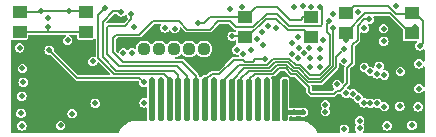
<source format=gbr>
%TF.GenerationSoftware,KiCad,Pcbnew,8.0.7*%
%TF.CreationDate,2025-03-09T23:38:14+01:00*%
%TF.ProjectId,HSSM-LVPCB,4853534d-2d4c-4565-9043-422e6b696361,rev?*%
%TF.SameCoordinates,Original*%
%TF.FileFunction,Copper,L4,Bot*%
%TF.FilePolarity,Positive*%
%FSLAX46Y46*%
G04 Gerber Fmt 4.6, Leading zero omitted, Abs format (unit mm)*
G04 Created by KiCad (PCBNEW 8.0.7) date 2025-03-09 23:38:14*
%MOMM*%
%LPD*%
G01*
G04 APERTURE LIST*
G04 Aperture macros list*
%AMRoundRect*
0 Rectangle with rounded corners*
0 $1 Rounding radius*
0 $2 $3 $4 $5 $6 $7 $8 $9 X,Y pos of 4 corners*
0 Add a 4 corners polygon primitive as box body*
4,1,4,$2,$3,$4,$5,$6,$7,$8,$9,$2,$3,0*
0 Add four circle primitives for the rounded corners*
1,1,$1+$1,$2,$3*
1,1,$1+$1,$4,$5*
1,1,$1+$1,$6,$7*
1,1,$1+$1,$8,$9*
0 Add four rect primitives between the rounded corners*
20,1,$1+$1,$2,$3,$4,$5,0*
20,1,$1+$1,$4,$5,$6,$7,0*
20,1,$1+$1,$6,$7,$8,$9,0*
20,1,$1+$1,$8,$9,$2,$3,0*%
G04 Aperture macros list end*
%TA.AperFunction,SMDPad,CuDef*%
%ADD10R,1.200000X1.000000*%
%TD*%
%TA.AperFunction,ComponentPad*%
%ADD11C,1.117600*%
%TD*%
%TA.AperFunction,SMDPad,CuDef*%
%ADD12RoundRect,0.125000X0.125000X-1.675000X0.125000X1.675000X-0.125000X1.675000X-0.125000X-1.675000X0*%
%TD*%
%TA.AperFunction,ViaPad*%
%ADD13C,0.500000*%
%TD*%
%TA.AperFunction,Conductor*%
%ADD14C,0.150000*%
%TD*%
%TA.AperFunction,Conductor*%
%ADD15C,0.400000*%
%TD*%
G04 APERTURE END LIST*
D10*
%TO.P,S1,1*%
%TO.N,/S1_sym*%
X125800000Y-114950000D03*
%TO.P,S1,2*%
%TO.N,GND*%
X125800000Y-113250000D03*
%TO.P,S1,3*%
%TO.N,/S1_sym*%
X120200000Y-114950000D03*
%TO.P,S1,4*%
%TO.N,GND*%
X120200000Y-113250000D03*
%TD*%
D11*
%TO.P,J2,1,1*%
%TO.N,GND*%
X130729999Y-116400000D03*
%TO.P,J2,2,2*%
%TO.N,/BOOT*%
X132000000Y-116400000D03*
%TO.P,J2,3,3*%
%TO.N,/Enable*%
X133269999Y-116400000D03*
%TO.P,J2,4,4*%
%TO.N,/U0RXD*%
X134539999Y-116400000D03*
%TO.P,J2,5,5*%
%TO.N,/U0TXD*%
X135809998Y-116400000D03*
%TO.P,J2,6,6*%
%TO.N,+3V3*%
X137079999Y-116400000D03*
%TD*%
D10*
%TO.P,S2,1*%
%TO.N,/S2_sym*%
X153400000Y-115050000D03*
%TO.P,S2,2*%
%TO.N,GND*%
X153400000Y-113350000D03*
%TO.P,S2,3*%
%TO.N,/S2_sym*%
X147800000Y-115050000D03*
%TO.P,S2,4*%
%TO.N,GND*%
X147800000Y-113350000D03*
%TD*%
%TO.P,S3,1*%
%TO.N,/S3_sym*%
X144900000Y-115425000D03*
%TO.P,S3,2*%
%TO.N,GND*%
X144900000Y-113725000D03*
%TO.P,S3,3*%
%TO.N,/S3_sym*%
X139300000Y-115425000D03*
%TO.P,S3,4*%
%TO.N,GND*%
X139300000Y-113725000D03*
%TD*%
D12*
%TO.P,CON1,1,1*%
%TO.N,GND*%
X142650000Y-120700000D03*
%TO.P,CON1,2,2*%
%TO.N,+3V3*%
X141900000Y-120700000D03*
%TO.P,CON1,3,3*%
%TO.N,/GPIO_Q1*%
X141150000Y-120700000D03*
%TO.P,CON1,4,4*%
%TO.N,/GPIO_S1*%
X140400000Y-120700000D03*
%TO.P,CON1,5,5*%
%TO.N,/DO3*%
X139650000Y-120700000D03*
%TO.P,CON1,6,6*%
%TO.N,/DO2*%
X138900000Y-120700000D03*
%TO.P,CON1,7,7*%
%TO.N,/LP_UART_RXD*%
X138150000Y-120700000D03*
%TO.P,CON1,8,8*%
%TO.N,/LP_UART_TXD*%
X137400000Y-120700000D03*
%TO.P,CON1,9,9*%
%TO.N,GND*%
X136650000Y-120700000D03*
%TO.P,CON1,10,10*%
%TO.N,/P_MEAS_RST*%
X135900000Y-120700000D03*
%TO.P,CON1,11,11*%
%TO.N,/DO1*%
X135150000Y-120700000D03*
%TO.P,CON1,12,12*%
%TO.N,/GPIO_S3*%
X134400000Y-120700000D03*
%TO.P,CON1,13,13*%
%TO.N,/GPIO_S2*%
X133650000Y-120700000D03*
%TO.P,CON1,14,14*%
%TO.N,/GPIO_Q2*%
X132900000Y-120700000D03*
%TO.P,CON1,15,15*%
%TO.N,+12V*%
X132150000Y-120700000D03*
%TO.P,CON1,16,16*%
%TO.N,GND*%
X131400000Y-120700000D03*
%TD*%
D13*
%TO.N,GND*%
X124400000Y-113200000D03*
X147100000Y-119400000D03*
X129000000Y-116700000D03*
X143825000Y-116350000D03*
X131400000Y-119025000D03*
X147850000Y-120150000D03*
X143425000Y-121750000D03*
X144775000Y-117175000D03*
X124275000Y-115675000D03*
X152400000Y-121250000D03*
X151325000Y-122900000D03*
X154000000Y-119750000D03*
X143300000Y-116800000D03*
X151100000Y-121275001D03*
X145600000Y-117200000D03*
X151020000Y-114670000D03*
X149400000Y-117950000D03*
X151050000Y-115750000D03*
X122000000Y-113200000D03*
X144750000Y-116325000D03*
X150500000Y-121000000D03*
X148887500Y-120550000D03*
X154025000Y-117650000D03*
X143800000Y-117150000D03*
X136650000Y-119000000D03*
X143300000Y-115900000D03*
X148450000Y-120200000D03*
X150450000Y-118500000D03*
X126400000Y-117450000D03*
X149000000Y-123100000D03*
X146100000Y-121100000D03*
X151100000Y-118600000D03*
X154100000Y-116125000D03*
X129850000Y-114575000D03*
X120200000Y-116300000D03*
X152450000Y-118300000D03*
X144300000Y-116700000D03*
X145900000Y-115600000D03*
X146100000Y-121700000D03*
X149350000Y-120950000D03*
X153425000Y-122850000D03*
X143800000Y-115400000D03*
X120325000Y-121850000D03*
X135275000Y-114200000D03*
X153950000Y-121300000D03*
X120400000Y-122900000D03*
X149000000Y-122500000D03*
X145600000Y-116400000D03*
X144800000Y-117900000D03*
X149900000Y-121000000D03*
X138573089Y-116473089D03*
X144200000Y-121750000D03*
X145600000Y-117900000D03*
X150650000Y-117850000D03*
X149900000Y-118300000D03*
X149375000Y-114625000D03*
X147700000Y-123200000D03*
%TO.N,+3V3*%
X144450000Y-120550000D03*
X149825000Y-116050000D03*
X146500000Y-119150000D03*
X121700000Y-116300000D03*
X126300000Y-118200000D03*
X137650000Y-114650000D03*
X135550000Y-118350000D03*
X128700000Y-113925000D03*
X141900000Y-121600000D03*
X141900000Y-121025000D03*
%TO.N,/BOOT*%
X132500000Y-114600000D03*
X144200000Y-112800000D03*
%TO.N,/GPIO_Q1*%
X130700000Y-119200000D03*
X122700000Y-116500000D03*
X141125000Y-119000000D03*
X122600000Y-113800000D03*
%TO.N,/GPIO_Q2*%
X132900000Y-119000000D03*
X143425000Y-112825000D03*
X127475000Y-112900000D03*
X152100000Y-112775000D03*
%TO.N,/Enable*%
X133350000Y-114675000D03*
X147700000Y-117375000D03*
%TO.N,Net-(U1-SPIQ)*%
X141950000Y-114600000D03*
X130750000Y-120950000D03*
%TO.N,Net-(U1-SPIWP)*%
X141250000Y-114450000D03*
X129725000Y-116725000D03*
%TO.N,Net-(U1-SPIHD)*%
X140800000Y-116025000D03*
X120400000Y-120400000D03*
%TO.N,Net-(U1-SPICLK)*%
X120500000Y-119200000D03*
X139775000Y-116475000D03*
%TO.N,Net-(U1-SPID)*%
X120450000Y-118050000D03*
X139150000Y-116800000D03*
%TO.N,/SPICS0*%
X124650000Y-121875000D03*
X140300000Y-115550000D03*
X126600000Y-121000000D03*
%TO.N,/GPIO8*%
X144900000Y-112825000D03*
X148875000Y-113250000D03*
%TO.N,VDD_SPI*%
X140750000Y-114950000D03*
X123675000Y-122875000D03*
%TO.N,/S2_sym*%
X147800000Y-115600000D03*
X153650000Y-114520000D03*
%TO.N,/DO1*%
X135150000Y-119000000D03*
X145625000Y-112825000D03*
%TO.N,/DO3*%
X149800000Y-113875000D03*
%TO.N,/P_MEAS_RST*%
X140950000Y-117275000D03*
X135900000Y-119000000D03*
%TO.N,/GPIO_S2*%
X138050000Y-113050000D03*
X128825000Y-113250000D03*
X133650000Y-119000000D03*
%TO.N,/DO2*%
X147700000Y-116375000D03*
%TO.N,/GPIO_S1*%
X140400000Y-119000000D03*
%TO.N,+12V*%
X132150000Y-119000000D03*
%TO.N,/GPIO_S3*%
X134400000Y-119000000D03*
X139000000Y-112825000D03*
X129650000Y-113450000D03*
%TO.N,/LP_UART_RXD*%
X146775000Y-114600000D03*
%TO.N,/LP_UART_TXD*%
X146425000Y-114050000D03*
%TO.N,/S1_sym*%
X122600000Y-114500000D03*
%TO.N,/S3_sym*%
X138210589Y-115310589D03*
X146775000Y-113475000D03*
%TD*%
D14*
%TO.N,GND*%
X135850000Y-114200000D02*
X135275000Y-114200000D01*
X148500000Y-112725000D02*
X151375000Y-112725000D01*
X154325000Y-114025000D02*
X154325000Y-115900000D01*
X154325000Y-115900000D02*
X154100000Y-116125000D01*
X139300000Y-113725000D02*
X136325000Y-113725000D01*
X136650000Y-121000000D02*
X136650000Y-119000000D01*
X147875000Y-113350000D02*
X148500000Y-112725000D01*
X152050000Y-113400000D02*
X153350000Y-113400000D01*
X147800000Y-113350000D02*
X147875000Y-113350000D01*
X142000000Y-112875000D02*
X140250000Y-112875000D01*
X125750000Y-113200000D02*
X124400000Y-113200000D01*
X144000000Y-113950000D02*
X143075000Y-113950000D01*
X124400000Y-113200000D02*
X122000000Y-113200000D01*
X144225000Y-113725000D02*
X144000000Y-113950000D01*
X131400000Y-121000000D02*
X131400000Y-119025000D01*
X121950000Y-113250000D02*
X122000000Y-113200000D01*
X136325000Y-113725000D02*
X135850000Y-114200000D01*
D15*
X143425000Y-121750000D02*
X144200000Y-121750000D01*
D14*
X144900000Y-113725000D02*
X144225000Y-113725000D01*
X139400000Y-113725000D02*
X139300000Y-113725000D01*
X140250000Y-112875000D02*
X139400000Y-113725000D01*
D15*
X142650000Y-121550000D02*
X142850000Y-121750000D01*
X142650000Y-120700000D02*
X142650000Y-121550000D01*
D14*
X153650000Y-113350000D02*
X154325000Y-114025000D01*
D15*
X142850000Y-121750000D02*
X143425000Y-121750000D01*
D14*
X143075000Y-113950000D02*
X142000000Y-112875000D01*
X120200000Y-113250000D02*
X121950000Y-113250000D01*
X151375000Y-112725000D02*
X152050000Y-113400000D01*
X153350000Y-113400000D02*
X153400000Y-113350000D01*
X153400000Y-113350000D02*
X153650000Y-113350000D01*
X125800000Y-113250000D02*
X125750000Y-113200000D01*
D15*
%TO.N,+3V3*%
X137079999Y-116400000D02*
X137079999Y-115220001D01*
D14*
X137079999Y-116820001D02*
X137079999Y-116400000D01*
X135550000Y-118350000D02*
X137079999Y-116820001D01*
D15*
X137079999Y-115220001D02*
X137650000Y-114650000D01*
D14*
%TO.N,/GPIO_Q1*%
X130350000Y-118850000D02*
X125050000Y-118850000D01*
X141150000Y-119025000D02*
X141125000Y-119000000D01*
X130700000Y-119200000D02*
X130350000Y-118850000D01*
X125050000Y-118850000D02*
X122700000Y-116500000D01*
X141150000Y-121000000D02*
X141150000Y-119025000D01*
%TO.N,/GPIO_Q2*%
X126875000Y-117175000D02*
X128200000Y-118500000D01*
X127475000Y-112900000D02*
X126875000Y-113500000D01*
X126875000Y-113500000D02*
X126875000Y-117175000D01*
X132400000Y-118500000D02*
X132900000Y-119000000D01*
X128200000Y-118500000D02*
X132400000Y-118500000D01*
X132900000Y-121000000D02*
X132900000Y-119000000D01*
%TO.N,/S2_sym*%
X151600000Y-113375000D02*
X153275000Y-115050000D01*
X153275000Y-115050000D02*
X153400000Y-115050000D01*
X149475000Y-113375000D02*
X151600000Y-113375000D01*
D15*
X153400000Y-114770000D02*
X153400000Y-115050000D01*
X153650000Y-114520000D02*
X153400000Y-114770000D01*
D14*
X147800000Y-115600000D02*
X147800000Y-115050000D01*
X147800000Y-115050000D02*
X149475000Y-113375000D01*
X147525000Y-115050000D02*
X147325000Y-115250000D01*
%TO.N,/DO1*%
X141112500Y-113437500D02*
X139975000Y-114575000D01*
X135150000Y-118650000D02*
X135150000Y-119000000D01*
X136300000Y-114750000D02*
X134400000Y-114750000D01*
X138025000Y-114050000D02*
X137000000Y-114050000D01*
X133975000Y-117475000D02*
X135150000Y-118650000D01*
X145800000Y-114325000D02*
X145700000Y-114425000D01*
X137000000Y-114050000D02*
X136300000Y-114750000D01*
X133700000Y-114050000D02*
X131500000Y-114050000D01*
X130350000Y-115200000D02*
X128375000Y-115200000D01*
X128925000Y-117475000D02*
X133975000Y-117475000D01*
X128100000Y-116650000D02*
X128925000Y-117475000D01*
X142012500Y-113437500D02*
X141112500Y-113437500D01*
X139975000Y-114575000D02*
X138550000Y-114575000D01*
X145625000Y-112825000D02*
X145800000Y-113000000D01*
X145800000Y-113000000D02*
X145800000Y-114325000D01*
X134400000Y-114750000D02*
X133700000Y-114050000D01*
X128100000Y-115475000D02*
X128100000Y-116650000D01*
X135150000Y-121000000D02*
X135150000Y-119000000D01*
X143000000Y-114425000D02*
X142012500Y-113437500D01*
X138550000Y-114575000D02*
X138025000Y-114050000D01*
X145700000Y-114425000D02*
X143000000Y-114425000D01*
X131500000Y-114050000D02*
X130350000Y-115200000D01*
X128375000Y-115200000D02*
X128100000Y-115475000D01*
%TO.N,/DO3*%
X139650000Y-119025000D02*
X139650000Y-121000000D01*
X146800000Y-120200000D02*
X147050000Y-119950000D01*
X143600000Y-118525000D02*
X144700000Y-119625000D01*
X144700000Y-119625000D02*
X144700000Y-120000000D01*
X144700000Y-120000000D02*
X144900000Y-120200000D01*
X141700000Y-118500000D02*
X142150000Y-118050000D01*
X147937500Y-119312500D02*
X147937500Y-117987500D01*
X142150000Y-118050000D02*
X142750000Y-118050000D01*
X143225000Y-118525000D02*
X143600000Y-118525000D01*
X149375000Y-113875000D02*
X149800000Y-113875000D01*
X147300000Y-119950000D02*
X147937500Y-119312500D01*
X147937500Y-117987500D02*
X148375000Y-117550000D01*
X148825000Y-115650000D02*
X148825000Y-114425000D01*
X144900000Y-120200000D02*
X146800000Y-120200000D01*
X147050000Y-119950000D02*
X147300000Y-119950000D01*
X148825000Y-114425000D02*
X149375000Y-113875000D01*
X140100000Y-118500000D02*
X141700000Y-118500000D01*
X148375000Y-116100000D02*
X148825000Y-115650000D01*
X139650000Y-119000000D02*
X139650000Y-118950000D01*
X142750000Y-118050000D02*
X143225000Y-118525000D01*
X139650000Y-118950000D02*
X140100000Y-118500000D01*
X148375000Y-117550000D02*
X148375000Y-116100000D01*
%TO.N,/P_MEAS_RST*%
X136300000Y-118675000D02*
X136225000Y-118675000D01*
X140150000Y-117275000D02*
X139925000Y-117500000D01*
X136475000Y-118500000D02*
X136300000Y-118675000D01*
X140950000Y-117275000D02*
X140150000Y-117275000D01*
X139925000Y-117500000D02*
X139328248Y-117500000D01*
X137125000Y-118500000D02*
X136475000Y-118500000D01*
X138325000Y-117300000D02*
X137125000Y-118500000D01*
X136225000Y-118675000D02*
X135900000Y-119000000D01*
X139128248Y-117300000D02*
X138325000Y-117300000D01*
X135900000Y-121000000D02*
X135900000Y-119000000D01*
X139328248Y-117500000D02*
X139128248Y-117300000D01*
%TO.N,/GPIO_S2*%
X133650000Y-121000000D02*
X133650000Y-118625000D01*
X133650000Y-118625000D02*
X133250000Y-118225000D01*
X127225000Y-117050000D02*
X127225000Y-114125000D01*
X127225000Y-114125000D02*
X128150000Y-113200000D01*
X133250000Y-118225000D02*
X128400000Y-118225000D01*
X128400000Y-118225000D02*
X127225000Y-117050000D01*
X128150000Y-113200000D02*
X128775000Y-113200000D01*
X128775000Y-113200000D02*
X128825000Y-113250000D01*
%TO.N,/DO2*%
X138900000Y-121000000D02*
X138900000Y-118975000D01*
X141975000Y-117725000D02*
X142800000Y-117725000D01*
X139625000Y-118250000D02*
X141450000Y-118250000D01*
X143325000Y-118250000D02*
X143700000Y-118250000D01*
X144650000Y-119200000D02*
X145750000Y-119200000D01*
X147000000Y-117050000D02*
X147475000Y-116575000D01*
X145750000Y-119200000D02*
X147000000Y-117950000D01*
X141450000Y-118250000D02*
X141975000Y-117725000D01*
X142800000Y-117725000D02*
X143325000Y-118250000D01*
X138900000Y-118975000D02*
X139625000Y-118250000D01*
X147000000Y-117950000D02*
X147000000Y-117050000D01*
X143700000Y-118250000D02*
X144650000Y-119200000D01*
X138900000Y-119000000D02*
X138900000Y-118975000D01*
%TO.N,/GPIO_S1*%
X140400000Y-121000000D02*
X140400000Y-119025000D01*
%TO.N,+12V*%
X132150000Y-121000000D02*
X132150000Y-119000000D01*
%TO.N,/GPIO_S3*%
X127600000Y-116800000D02*
X127600000Y-114575000D01*
X129125000Y-114425000D02*
X129650000Y-113900000D01*
X134400000Y-118725000D02*
X133500000Y-117825000D01*
X128625000Y-117825000D02*
X127600000Y-116800000D01*
X133500000Y-117825000D02*
X128625000Y-117825000D01*
X127600000Y-114575000D02*
X127750000Y-114425000D01*
X127750000Y-114425000D02*
X129125000Y-114425000D01*
X134400000Y-121000000D02*
X134400000Y-119000000D01*
X134400000Y-119000000D02*
X134400000Y-118725000D01*
X129650000Y-113900000D02*
X129650000Y-113450000D01*
%TO.N,/LP_UART_RXD*%
X138150000Y-121000000D02*
X138150000Y-119075000D01*
X143825000Y-118000000D02*
X144725000Y-118900000D01*
X145675000Y-118900000D02*
X146700000Y-117875000D01*
X141850000Y-117475000D02*
X142925000Y-117475000D01*
X144725000Y-118900000D02*
X145675000Y-118900000D01*
X146700000Y-114675000D02*
X146775000Y-114600000D01*
X139225000Y-118000000D02*
X141325000Y-118000000D01*
X141325000Y-118000000D02*
X141850000Y-117475000D01*
X143450000Y-118000000D02*
X143825000Y-118000000D01*
X138150000Y-119075000D02*
X139225000Y-118000000D01*
X146700000Y-117875000D02*
X146700000Y-114675000D01*
X142925000Y-117475000D02*
X143450000Y-118000000D01*
%TO.N,/LP_UART_TXD*%
X143975000Y-117750000D02*
X143575000Y-117750000D01*
X146200000Y-115000000D02*
X146450000Y-115250000D01*
X146200000Y-114575000D02*
X146200000Y-115000000D01*
X137400000Y-119100000D02*
X137400000Y-121000000D01*
X144825000Y-118600000D02*
X143975000Y-117750000D01*
X138750000Y-117750000D02*
X137400000Y-119100000D01*
X146250000Y-114525000D02*
X146200000Y-114575000D01*
X145600000Y-118600000D02*
X144825000Y-118600000D01*
X143575000Y-117750000D02*
X143050000Y-117225000D01*
X143050000Y-117225000D02*
X141700000Y-117225000D01*
X141700000Y-117225000D02*
X141175000Y-117750000D01*
X146450000Y-115250000D02*
X146450000Y-117750000D01*
X146450000Y-117750000D02*
X145600000Y-118600000D01*
X146250000Y-114250000D02*
X146250000Y-114525000D01*
X146425000Y-114075000D02*
X146250000Y-114250000D01*
X141175000Y-117750000D02*
X138750000Y-117750000D01*
%TO.N,/S1_sym*%
X122550000Y-114950000D02*
X122600000Y-114900000D01*
X122600000Y-114900000D02*
X122600000Y-114500000D01*
X122550000Y-114950000D02*
X120200000Y-114950000D01*
X125800000Y-114950000D02*
X122550000Y-114950000D01*
%TO.N,/S3_sym*%
X142900000Y-114800000D02*
X144275000Y-114800000D01*
X139160589Y-115285589D02*
X138060589Y-115285589D01*
X141100000Y-113825000D02*
X141925000Y-113825000D01*
X139300000Y-115425000D02*
X139500000Y-115425000D01*
X144275000Y-114800000D02*
X144900000Y-115425000D01*
X139300000Y-115425000D02*
X139160589Y-115285589D01*
X139500000Y-115425000D02*
X141100000Y-113825000D01*
X141925000Y-113825000D02*
X142900000Y-114800000D01*
X144900000Y-115425000D02*
X144900000Y-115350000D01*
%TD*%
%TA.AperFunction,Conductor*%
%TO.N,+3V3*%
G36*
X122496533Y-115175501D02*
G01*
X122505145Y-115175501D01*
X122603467Y-115175501D01*
X122603475Y-115175500D01*
X124064916Y-115175500D01*
X124117242Y-115197174D01*
X124138916Y-115249500D01*
X124117242Y-115301826D01*
X124098514Y-115315432D01*
X124041451Y-115344508D01*
X124036656Y-115346951D01*
X123946951Y-115436656D01*
X123889353Y-115549698D01*
X123869508Y-115675000D01*
X123889353Y-115800301D01*
X123889353Y-115800302D01*
X123889354Y-115800304D01*
X123946950Y-115913342D01*
X124036658Y-116003050D01*
X124149696Y-116060646D01*
X124275000Y-116080492D01*
X124400304Y-116060646D01*
X124513342Y-116003050D01*
X124603050Y-115913342D01*
X124660646Y-115800304D01*
X124680492Y-115675000D01*
X124660646Y-115549696D01*
X124603050Y-115436658D01*
X124513342Y-115346950D01*
X124451487Y-115315433D01*
X124414706Y-115272367D01*
X124419149Y-115215905D01*
X124462217Y-115179122D01*
X124485084Y-115175500D01*
X124975500Y-115175500D01*
X125027826Y-115197174D01*
X125049500Y-115249500D01*
X125049500Y-115464820D01*
X125055406Y-115494508D01*
X125058233Y-115508722D01*
X125085610Y-115549696D01*
X125091496Y-115558504D01*
X125141278Y-115591767D01*
X125185180Y-115600500D01*
X125185181Y-115600500D01*
X126414819Y-115600500D01*
X126414820Y-115600500D01*
X126458722Y-115591767D01*
X126508504Y-115558504D01*
X126513971Y-115550322D01*
X126561063Y-115518856D01*
X126616612Y-115529905D01*
X126648078Y-115576997D01*
X126649500Y-115591434D01*
X126649500Y-117006878D01*
X126627826Y-117059204D01*
X126575500Y-117080878D01*
X126541906Y-117072813D01*
X126525302Y-117064353D01*
X126525304Y-117064353D01*
X126400000Y-117044508D01*
X126274698Y-117064353D01*
X126161656Y-117121951D01*
X126071951Y-117211656D01*
X126014353Y-117324698D01*
X125994508Y-117450000D01*
X126014353Y-117575301D01*
X126014353Y-117575302D01*
X126014354Y-117575304D01*
X126071950Y-117688342D01*
X126161658Y-117778050D01*
X126274696Y-117835646D01*
X126400000Y-117855492D01*
X126525304Y-117835646D01*
X126638342Y-117778050D01*
X126728050Y-117688342D01*
X126785646Y-117575304D01*
X126786273Y-117571346D01*
X126815864Y-117523053D01*
X126870935Y-117509830D01*
X126911688Y-117530593D01*
X127879269Y-118498174D01*
X127900943Y-118550500D01*
X127879269Y-118602826D01*
X127826943Y-118624500D01*
X125174057Y-118624500D01*
X125121731Y-118602826D01*
X123120314Y-116601409D01*
X123098640Y-116549083D01*
X123099550Y-116537513D01*
X123105492Y-116500000D01*
X123085646Y-116374696D01*
X123028050Y-116261658D01*
X122938342Y-116171950D01*
X122825304Y-116114354D01*
X122825302Y-116114353D01*
X122825301Y-116114353D01*
X122700000Y-116094508D01*
X122574698Y-116114353D01*
X122461656Y-116171951D01*
X122371951Y-116261656D01*
X122314353Y-116374698D01*
X122294508Y-116500000D01*
X122314353Y-116625301D01*
X122314353Y-116625302D01*
X122314354Y-116625304D01*
X122371950Y-116738342D01*
X122461658Y-116828050D01*
X122574696Y-116885646D01*
X122700000Y-116905492D01*
X122737507Y-116899551D01*
X122792579Y-116912772D01*
X122801409Y-116920314D01*
X124854609Y-118973514D01*
X124854612Y-118973518D01*
X124858830Y-118977736D01*
X124922264Y-119041170D01*
X124946539Y-119051225D01*
X125005145Y-119075501D01*
X125005146Y-119075501D01*
X125103467Y-119075501D01*
X125103475Y-119075500D01*
X130225943Y-119075500D01*
X130278269Y-119097174D01*
X130279685Y-119098590D01*
X130301359Y-119150916D01*
X130300448Y-119162491D01*
X130294508Y-119199999D01*
X130314353Y-119325301D01*
X130314353Y-119325302D01*
X130314354Y-119325304D01*
X130371950Y-119438342D01*
X130461658Y-119528050D01*
X130574696Y-119585646D01*
X130700000Y-119605492D01*
X130825304Y-119585646D01*
X130891905Y-119551711D01*
X130948367Y-119547267D01*
X130991434Y-119584050D01*
X130999500Y-119617645D01*
X130999500Y-120506878D01*
X130977826Y-120559204D01*
X130925500Y-120580878D01*
X130891906Y-120572813D01*
X130875302Y-120564353D01*
X130875304Y-120564353D01*
X130750000Y-120544508D01*
X130624698Y-120564353D01*
X130511656Y-120621951D01*
X130421951Y-120711656D01*
X130364353Y-120824698D01*
X130344508Y-120950000D01*
X130364353Y-121075301D01*
X130364353Y-121075302D01*
X130364354Y-121075304D01*
X130421950Y-121188342D01*
X130511658Y-121278050D01*
X130624696Y-121335646D01*
X130750000Y-121355492D01*
X130875304Y-121335646D01*
X130891905Y-121327186D01*
X130948366Y-121322742D01*
X130991434Y-121359525D01*
X130999500Y-121393121D01*
X130999500Y-122402129D01*
X130999501Y-122402132D01*
X131001277Y-122411064D01*
X130990229Y-122466612D01*
X130943137Y-122498078D01*
X130928700Y-122499500D01*
X129892677Y-122499500D01*
X129680235Y-122530045D01*
X129680223Y-122530047D01*
X129474295Y-122590513D01*
X129474290Y-122590515D01*
X129279051Y-122679678D01*
X129279043Y-122679682D01*
X129098493Y-122795714D01*
X129098487Y-122795718D01*
X129098487Y-122795719D01*
X128936276Y-122936276D01*
X128816333Y-123074698D01*
X128795714Y-123098493D01*
X128679682Y-123279043D01*
X128679678Y-123279051D01*
X128598759Y-123456241D01*
X128557306Y-123494834D01*
X128531446Y-123499500D01*
X119574500Y-123499500D01*
X119522174Y-123477826D01*
X119500500Y-123425500D01*
X119500500Y-122900000D01*
X119994508Y-122900000D01*
X120014353Y-123025301D01*
X120014353Y-123025302D01*
X120014354Y-123025304D01*
X120071950Y-123138342D01*
X120161658Y-123228050D01*
X120274696Y-123285646D01*
X120400000Y-123305492D01*
X120525304Y-123285646D01*
X120638342Y-123228050D01*
X120728050Y-123138342D01*
X120785646Y-123025304D01*
X120805492Y-122900000D01*
X120801532Y-122875000D01*
X123269508Y-122875000D01*
X123289353Y-123000301D01*
X123289353Y-123000302D01*
X123289354Y-123000304D01*
X123346950Y-123113342D01*
X123436658Y-123203050D01*
X123549696Y-123260646D01*
X123675000Y-123280492D01*
X123800304Y-123260646D01*
X123913342Y-123203050D01*
X124003050Y-123113342D01*
X124060646Y-123000304D01*
X124080492Y-122875000D01*
X124060646Y-122749696D01*
X124003050Y-122636658D01*
X123913342Y-122546950D01*
X123800304Y-122489354D01*
X123800302Y-122489353D01*
X123800301Y-122489353D01*
X123675000Y-122469508D01*
X123549698Y-122489353D01*
X123436656Y-122546951D01*
X123346951Y-122636656D01*
X123289353Y-122749698D01*
X123269508Y-122875000D01*
X120801532Y-122875000D01*
X120785646Y-122774696D01*
X120728050Y-122661658D01*
X120638342Y-122571950D01*
X120525304Y-122514354D01*
X120525302Y-122514353D01*
X120525301Y-122514353D01*
X120400000Y-122494508D01*
X120274698Y-122514353D01*
X120161656Y-122571951D01*
X120071951Y-122661656D01*
X120014353Y-122774698D01*
X119994508Y-122900000D01*
X119500500Y-122900000D01*
X119500500Y-121850000D01*
X119919508Y-121850000D01*
X119939353Y-121975301D01*
X119939353Y-121975302D01*
X119939354Y-121975304D01*
X119996950Y-122088342D01*
X120086658Y-122178050D01*
X120199696Y-122235646D01*
X120325000Y-122255492D01*
X120450304Y-122235646D01*
X120563342Y-122178050D01*
X120653050Y-122088342D01*
X120710646Y-121975304D01*
X120726532Y-121875000D01*
X124244508Y-121875000D01*
X124264353Y-122000301D01*
X124264353Y-122000302D01*
X124264354Y-122000304D01*
X124321950Y-122113342D01*
X124411658Y-122203050D01*
X124524696Y-122260646D01*
X124650000Y-122280492D01*
X124775304Y-122260646D01*
X124888342Y-122203050D01*
X124978050Y-122113342D01*
X125035646Y-122000304D01*
X125055492Y-121875000D01*
X125035646Y-121749696D01*
X124978050Y-121636658D01*
X124888342Y-121546950D01*
X124775304Y-121489354D01*
X124775302Y-121489353D01*
X124775301Y-121489353D01*
X124650000Y-121469508D01*
X124524698Y-121489353D01*
X124411656Y-121546951D01*
X124321951Y-121636656D01*
X124264353Y-121749698D01*
X124244508Y-121875000D01*
X120726532Y-121875000D01*
X120730492Y-121850000D01*
X120710646Y-121724696D01*
X120653050Y-121611658D01*
X120563342Y-121521950D01*
X120450304Y-121464354D01*
X120450302Y-121464353D01*
X120450301Y-121464353D01*
X120325000Y-121444508D01*
X120199698Y-121464353D01*
X120086656Y-121521951D01*
X119996951Y-121611656D01*
X119939353Y-121724698D01*
X119919508Y-121850000D01*
X119500500Y-121850000D01*
X119500500Y-121000000D01*
X126194508Y-121000000D01*
X126214353Y-121125301D01*
X126214353Y-121125302D01*
X126214354Y-121125304D01*
X126271950Y-121238342D01*
X126361658Y-121328050D01*
X126474696Y-121385646D01*
X126600000Y-121405492D01*
X126725304Y-121385646D01*
X126838342Y-121328050D01*
X126928050Y-121238342D01*
X126985646Y-121125304D01*
X127005492Y-121000000D01*
X126985646Y-120874696D01*
X126928050Y-120761658D01*
X126838342Y-120671950D01*
X126725304Y-120614354D01*
X126725302Y-120614353D01*
X126725301Y-120614353D01*
X126600000Y-120594508D01*
X126474698Y-120614353D01*
X126361656Y-120671951D01*
X126271951Y-120761656D01*
X126214353Y-120874698D01*
X126194508Y-121000000D01*
X119500500Y-121000000D01*
X119500500Y-120400000D01*
X119994508Y-120400000D01*
X119998420Y-120424698D01*
X120014353Y-120525301D01*
X120014353Y-120525302D01*
X120014354Y-120525304D01*
X120071950Y-120638342D01*
X120161658Y-120728050D01*
X120274696Y-120785646D01*
X120400000Y-120805492D01*
X120525304Y-120785646D01*
X120638342Y-120728050D01*
X120728050Y-120638342D01*
X120785646Y-120525304D01*
X120805492Y-120400000D01*
X120804093Y-120391170D01*
X120794046Y-120327734D01*
X120785646Y-120274696D01*
X120728050Y-120161658D01*
X120638342Y-120071950D01*
X120525304Y-120014354D01*
X120525302Y-120014353D01*
X120525301Y-120014353D01*
X120400000Y-119994508D01*
X120274698Y-120014353D01*
X120161656Y-120071951D01*
X120071951Y-120161656D01*
X120014353Y-120274698D01*
X119995906Y-120391171D01*
X119994508Y-120400000D01*
X119500500Y-120400000D01*
X119500500Y-119200000D01*
X120094508Y-119200000D01*
X120114353Y-119325301D01*
X120114353Y-119325302D01*
X120114354Y-119325304D01*
X120171950Y-119438342D01*
X120261658Y-119528050D01*
X120374696Y-119585646D01*
X120500000Y-119605492D01*
X120625304Y-119585646D01*
X120738342Y-119528050D01*
X120828050Y-119438342D01*
X120885646Y-119325304D01*
X120905492Y-119200000D01*
X120885646Y-119074696D01*
X120828050Y-118961658D01*
X120738342Y-118871950D01*
X120625304Y-118814354D01*
X120625302Y-118814353D01*
X120625301Y-118814353D01*
X120500000Y-118794508D01*
X120374698Y-118814353D01*
X120261656Y-118871951D01*
X120171951Y-118961656D01*
X120114353Y-119074698D01*
X120094508Y-119200000D01*
X119500500Y-119200000D01*
X119500500Y-118050000D01*
X120044508Y-118050000D01*
X120064353Y-118175301D01*
X120064353Y-118175302D01*
X120064354Y-118175304D01*
X120121950Y-118288342D01*
X120211658Y-118378050D01*
X120324696Y-118435646D01*
X120450000Y-118455492D01*
X120575304Y-118435646D01*
X120688342Y-118378050D01*
X120778050Y-118288342D01*
X120835646Y-118175304D01*
X120855492Y-118050000D01*
X120835646Y-117924696D01*
X120778050Y-117811658D01*
X120688342Y-117721950D01*
X120575304Y-117664354D01*
X120575302Y-117664353D01*
X120575301Y-117664353D01*
X120450000Y-117644508D01*
X120324698Y-117664353D01*
X120211656Y-117721951D01*
X120121951Y-117811656D01*
X120064353Y-117924698D01*
X120044508Y-118050000D01*
X119500500Y-118050000D01*
X119500500Y-116300000D01*
X119794508Y-116300000D01*
X119814353Y-116425301D01*
X119814353Y-116425302D01*
X119814354Y-116425304D01*
X119871950Y-116538342D01*
X119961658Y-116628050D01*
X120074696Y-116685646D01*
X120200000Y-116705492D01*
X120325304Y-116685646D01*
X120438342Y-116628050D01*
X120528050Y-116538342D01*
X120585646Y-116425304D01*
X120605492Y-116300000D01*
X120585646Y-116174696D01*
X120528050Y-116061658D01*
X120438342Y-115971950D01*
X120325304Y-115914354D01*
X120325302Y-115914353D01*
X120325301Y-115914353D01*
X120200000Y-115894508D01*
X120074698Y-115914353D01*
X119961656Y-115971951D01*
X119871951Y-116061656D01*
X119814353Y-116174698D01*
X119794508Y-116300000D01*
X119500500Y-116300000D01*
X119500500Y-115673805D01*
X119522174Y-115621479D01*
X119574500Y-115599805D01*
X119581766Y-115600163D01*
X119585178Y-115600499D01*
X119585180Y-115600500D01*
X119585182Y-115600500D01*
X120814819Y-115600500D01*
X120814820Y-115600500D01*
X120858722Y-115591767D01*
X120908504Y-115558504D01*
X120941767Y-115508722D01*
X120950500Y-115464820D01*
X120950500Y-115249500D01*
X120972174Y-115197174D01*
X121024500Y-115175500D01*
X122496525Y-115175500D01*
X122496533Y-115175501D01*
G37*
%TD.AperFunction*%
%TA.AperFunction,Conductor*%
G36*
X151528269Y-113622174D02*
G01*
X152627826Y-114721731D01*
X152649500Y-114774057D01*
X152649500Y-115564820D01*
X152656835Y-115601692D01*
X152658233Y-115608722D01*
X152688498Y-115654018D01*
X152691496Y-115658504D01*
X152741278Y-115691767D01*
X152785180Y-115700500D01*
X152785181Y-115700500D01*
X153779456Y-115700500D01*
X153831782Y-115722174D01*
X153853456Y-115774500D01*
X153831782Y-115826826D01*
X153771951Y-115886656D01*
X153714353Y-115999698D01*
X153694508Y-116125000D01*
X153714353Y-116250301D01*
X153714353Y-116250302D01*
X153714354Y-116250304D01*
X153771950Y-116363342D01*
X153861658Y-116453050D01*
X153974696Y-116510646D01*
X154100000Y-116530492D01*
X154225304Y-116510646D01*
X154338342Y-116453050D01*
X154373174Y-116418218D01*
X154425500Y-116396544D01*
X154477826Y-116418218D01*
X154499500Y-116470544D01*
X154499500Y-117390850D01*
X154477826Y-117443176D01*
X154425500Y-117464850D01*
X154373174Y-117443176D01*
X154359566Y-117424446D01*
X154353050Y-117411658D01*
X154263343Y-117321951D01*
X154263342Y-117321950D01*
X154150304Y-117264354D01*
X154150302Y-117264353D01*
X154150301Y-117264353D01*
X154025000Y-117244508D01*
X153899698Y-117264353D01*
X153786656Y-117321951D01*
X153696951Y-117411656D01*
X153639353Y-117524698D01*
X153619508Y-117650000D01*
X153639353Y-117775301D01*
X153639353Y-117775302D01*
X153639354Y-117775304D01*
X153696950Y-117888342D01*
X153786658Y-117978050D01*
X153899696Y-118035646D01*
X154025000Y-118055492D01*
X154150304Y-118035646D01*
X154263342Y-117978050D01*
X154353050Y-117888342D01*
X154359566Y-117875552D01*
X154402632Y-117838771D01*
X154459095Y-117843214D01*
X154495878Y-117886281D01*
X154499500Y-117909149D01*
X154499500Y-119539915D01*
X154477826Y-119592241D01*
X154425500Y-119613915D01*
X154373174Y-119592241D01*
X154359566Y-119573511D01*
X154335001Y-119525301D01*
X154328050Y-119511658D01*
X154238342Y-119421950D01*
X154125304Y-119364354D01*
X154125302Y-119364353D01*
X154125301Y-119364353D01*
X154000000Y-119344508D01*
X153874698Y-119364353D01*
X153761656Y-119421951D01*
X153671951Y-119511656D01*
X153614353Y-119624698D01*
X153594508Y-119750000D01*
X153614353Y-119875301D01*
X153614353Y-119875302D01*
X153614354Y-119875304D01*
X153671950Y-119988342D01*
X153761658Y-120078050D01*
X153874696Y-120135646D01*
X154000000Y-120155492D01*
X154125304Y-120135646D01*
X154238342Y-120078050D01*
X154328050Y-119988342D01*
X154359566Y-119926487D01*
X154402633Y-119889706D01*
X154459095Y-119894149D01*
X154495878Y-119937217D01*
X154499500Y-119960084D01*
X154499500Y-121268971D01*
X154488200Y-121296251D01*
X154499500Y-121331028D01*
X154499500Y-123425500D01*
X154477826Y-123477826D01*
X154425500Y-123499500D01*
X149345544Y-123499500D01*
X149293218Y-123477826D01*
X149271544Y-123425500D01*
X149293218Y-123373174D01*
X149328050Y-123338342D01*
X149385646Y-123225304D01*
X149405492Y-123100000D01*
X149385646Y-122974696D01*
X149347586Y-122900000D01*
X150919508Y-122900000D01*
X150939353Y-123025301D01*
X150939353Y-123025302D01*
X150939354Y-123025304D01*
X150996950Y-123138342D01*
X151086658Y-123228050D01*
X151199696Y-123285646D01*
X151325000Y-123305492D01*
X151450304Y-123285646D01*
X151563342Y-123228050D01*
X151653050Y-123138342D01*
X151710646Y-123025304D01*
X151730492Y-122900000D01*
X151722573Y-122850000D01*
X153019508Y-122850000D01*
X153039353Y-122975301D01*
X153039353Y-122975302D01*
X153039354Y-122975304D01*
X153096950Y-123088342D01*
X153186658Y-123178050D01*
X153299696Y-123235646D01*
X153425000Y-123255492D01*
X153550304Y-123235646D01*
X153663342Y-123178050D01*
X153753050Y-123088342D01*
X153810646Y-122975304D01*
X153830492Y-122850000D01*
X153810646Y-122724696D01*
X153753050Y-122611658D01*
X153663342Y-122521950D01*
X153550304Y-122464354D01*
X153550302Y-122464353D01*
X153550301Y-122464353D01*
X153425000Y-122444508D01*
X153299698Y-122464353D01*
X153186656Y-122521951D01*
X153096951Y-122611656D01*
X153039353Y-122724698D01*
X153019508Y-122850000D01*
X151722573Y-122850000D01*
X151710646Y-122774696D01*
X151653050Y-122661658D01*
X151563342Y-122571950D01*
X151450304Y-122514354D01*
X151450302Y-122514353D01*
X151450301Y-122514353D01*
X151325000Y-122494508D01*
X151199698Y-122514353D01*
X151086656Y-122571951D01*
X150996951Y-122661656D01*
X150939353Y-122774698D01*
X150919508Y-122900000D01*
X149347586Y-122900000D01*
X149328050Y-122861658D01*
X149318718Y-122852326D01*
X149297044Y-122800000D01*
X149318718Y-122747674D01*
X149328050Y-122738342D01*
X149385646Y-122625304D01*
X149405492Y-122500000D01*
X149385646Y-122374696D01*
X149328050Y-122261658D01*
X149238342Y-122171950D01*
X149125304Y-122114354D01*
X149125302Y-122114353D01*
X149125301Y-122114353D01*
X149000000Y-122094508D01*
X148874698Y-122114353D01*
X148761656Y-122171951D01*
X148671951Y-122261656D01*
X148614353Y-122374698D01*
X148594508Y-122500000D01*
X148614353Y-122625301D01*
X148614353Y-122625302D01*
X148614354Y-122625304D01*
X148664997Y-122724696D01*
X148671951Y-122738343D01*
X148681282Y-122747674D01*
X148702956Y-122800000D01*
X148681282Y-122852326D01*
X148671951Y-122861656D01*
X148614353Y-122974698D01*
X148594508Y-123100000D01*
X148614353Y-123225301D01*
X148614353Y-123225302D01*
X148614354Y-123225304D01*
X148665307Y-123325304D01*
X148671951Y-123338343D01*
X148706782Y-123373174D01*
X148728456Y-123425500D01*
X148706782Y-123477826D01*
X148654456Y-123499500D01*
X148117645Y-123499500D01*
X148065319Y-123477826D01*
X148043645Y-123425500D01*
X148051711Y-123391905D01*
X148061255Y-123373174D01*
X148085646Y-123325304D01*
X148105492Y-123200000D01*
X148085646Y-123074696D01*
X148028050Y-122961658D01*
X147938342Y-122871950D01*
X147825304Y-122814354D01*
X147825302Y-122814353D01*
X147825301Y-122814353D01*
X147700000Y-122794508D01*
X147574698Y-122814353D01*
X147461656Y-122871951D01*
X147371951Y-122961656D01*
X147314353Y-123074698D01*
X147294508Y-123200000D01*
X147314354Y-123325304D01*
X147348289Y-123391905D01*
X147352733Y-123448367D01*
X147315950Y-123491434D01*
X147282355Y-123499500D01*
X145468554Y-123499500D01*
X145416228Y-123477826D01*
X145401241Y-123456241D01*
X145347399Y-123338343D01*
X145320321Y-123279050D01*
X145305181Y-123255492D01*
X145204285Y-123098493D01*
X145204284Y-123098492D01*
X145204281Y-123098487D01*
X145063724Y-122936276D01*
X144901513Y-122795719D01*
X144901508Y-122795715D01*
X144901506Y-122795714D01*
X144720956Y-122679682D01*
X144720948Y-122679678D01*
X144525709Y-122590515D01*
X144525704Y-122590513D01*
X144319776Y-122530047D01*
X144319764Y-122530045D01*
X144107322Y-122499500D01*
X144107318Y-122499500D01*
X144065892Y-122499500D01*
X143121301Y-122499500D01*
X143068975Y-122477826D01*
X143047301Y-122425500D01*
X143048721Y-122411072D01*
X143050500Y-122402133D01*
X143050500Y-122174500D01*
X143072174Y-122122174D01*
X143124500Y-122100500D01*
X143212951Y-122100500D01*
X143246546Y-122108565D01*
X143299696Y-122135646D01*
X143425000Y-122155492D01*
X143550304Y-122135646D01*
X143603454Y-122108565D01*
X143637049Y-122100500D01*
X143987951Y-122100500D01*
X144021546Y-122108565D01*
X144074696Y-122135646D01*
X144200000Y-122155492D01*
X144325304Y-122135646D01*
X144438342Y-122078050D01*
X144528050Y-121988342D01*
X144585646Y-121875304D01*
X144605492Y-121750000D01*
X144585646Y-121624696D01*
X144528050Y-121511658D01*
X144438342Y-121421950D01*
X144325304Y-121364354D01*
X144325302Y-121364353D01*
X144325301Y-121364353D01*
X144200000Y-121344508D01*
X144074695Y-121364354D01*
X144021546Y-121391435D01*
X143987951Y-121399500D01*
X143637049Y-121399500D01*
X143603454Y-121391435D01*
X143550304Y-121364354D01*
X143425000Y-121344508D01*
X143299695Y-121364354D01*
X143246546Y-121391435D01*
X143212951Y-121399500D01*
X143124500Y-121399500D01*
X143072174Y-121377826D01*
X143050500Y-121325500D01*
X143050500Y-121100000D01*
X145694508Y-121100000D01*
X145714353Y-121225301D01*
X145714353Y-121225302D01*
X145714354Y-121225304D01*
X145771950Y-121338342D01*
X145771951Y-121338343D01*
X145781282Y-121347674D01*
X145802956Y-121400000D01*
X145781282Y-121452326D01*
X145771951Y-121461656D01*
X145714353Y-121574698D01*
X145694508Y-121700000D01*
X145714353Y-121825301D01*
X145714353Y-121825302D01*
X145714354Y-121825304D01*
X145771950Y-121938342D01*
X145861658Y-122028050D01*
X145974696Y-122085646D01*
X146100000Y-122105492D01*
X146225304Y-122085646D01*
X146338342Y-122028050D01*
X146428050Y-121938342D01*
X146485646Y-121825304D01*
X146505492Y-121700000D01*
X146485646Y-121574696D01*
X146428050Y-121461658D01*
X146418718Y-121452326D01*
X146397044Y-121400000D01*
X146418718Y-121347674D01*
X146421884Y-121344508D01*
X146428050Y-121338342D01*
X146485646Y-121225304D01*
X146505492Y-121100000D01*
X146485646Y-120974696D01*
X146428050Y-120861658D01*
X146338342Y-120771950D01*
X146225304Y-120714354D01*
X146225302Y-120714353D01*
X146225301Y-120714353D01*
X146100000Y-120694508D01*
X145974698Y-120714353D01*
X145861656Y-120771951D01*
X145771951Y-120861656D01*
X145714353Y-120974698D01*
X145694508Y-121100000D01*
X143050500Y-121100000D01*
X143050499Y-118997869D01*
X143050499Y-118997867D01*
X143034515Y-118917505D01*
X143026487Y-118905491D01*
X143013227Y-118885646D01*
X142973624Y-118826376D01*
X142882495Y-118765485D01*
X142802133Y-118749500D01*
X142802131Y-118749500D01*
X142497869Y-118749500D01*
X142417504Y-118765485D01*
X142417503Y-118765485D01*
X142326377Y-118826375D01*
X142326375Y-118826377D01*
X142265485Y-118917504D01*
X142249500Y-118997868D01*
X142249500Y-122402129D01*
X142249501Y-122402132D01*
X142251277Y-122411064D01*
X142240229Y-122466612D01*
X142193137Y-122498078D01*
X142178700Y-122499500D01*
X141621301Y-122499500D01*
X141568975Y-122477826D01*
X141547301Y-122425500D01*
X141548721Y-122411072D01*
X141550500Y-122402133D01*
X141550499Y-118997868D01*
X141534515Y-118917505D01*
X141520813Y-118896999D01*
X141511964Y-118878751D01*
X141510646Y-118874696D01*
X141489450Y-118833096D01*
X141485006Y-118776633D01*
X141521788Y-118733566D01*
X141555384Y-118725500D01*
X141646525Y-118725500D01*
X141646533Y-118725501D01*
X141655145Y-118725501D01*
X141744854Y-118725501D01*
X141744855Y-118725501D01*
X141803460Y-118701225D01*
X141827736Y-118691170D01*
X141891170Y-118627736D01*
X141891170Y-118627735D01*
X141901575Y-118617330D01*
X141901576Y-118617327D01*
X142221731Y-118297174D01*
X142274057Y-118275500D01*
X142625943Y-118275500D01*
X142678268Y-118297173D01*
X143097264Y-118716170D01*
X143180145Y-118750500D01*
X143269854Y-118750500D01*
X143475943Y-118750500D01*
X143528269Y-118772174D01*
X144452826Y-119696731D01*
X144474500Y-119749057D01*
X144474500Y-119949173D01*
X144474499Y-119949187D01*
X144474499Y-120044856D01*
X144498773Y-120103458D01*
X144508829Y-120127734D01*
X144508832Y-120127738D01*
X144582671Y-120201577D01*
X144582673Y-120201578D01*
X144704609Y-120323514D01*
X144704612Y-120323518D01*
X144708830Y-120327736D01*
X144772264Y-120391170D01*
X144793580Y-120399999D01*
X144793581Y-120400000D01*
X144793582Y-120400000D01*
X144855146Y-120425501D01*
X144855147Y-120425501D01*
X144953467Y-120425501D01*
X144953475Y-120425500D01*
X146746525Y-120425500D01*
X146746533Y-120425501D01*
X146755145Y-120425501D01*
X146844854Y-120425501D01*
X146844855Y-120425501D01*
X146906418Y-120400000D01*
X146927736Y-120391170D01*
X146991170Y-120327736D01*
X146991170Y-120327735D01*
X147001576Y-120317329D01*
X147001577Y-120317326D01*
X147121733Y-120197173D01*
X147174058Y-120175500D01*
X147246525Y-120175500D01*
X147246533Y-120175501D01*
X147255145Y-120175501D01*
X147344854Y-120175501D01*
X147344855Y-120175501D01*
X147355438Y-120171116D01*
X147412074Y-120171115D01*
X147452124Y-120211162D01*
X147456847Y-120227907D01*
X147464353Y-120275301D01*
X147464353Y-120275302D01*
X147464354Y-120275304D01*
X147521950Y-120388342D01*
X147611658Y-120478050D01*
X147724696Y-120535646D01*
X147850000Y-120555492D01*
X147975304Y-120535646D01*
X148088342Y-120478050D01*
X148088344Y-120478047D01*
X148089005Y-120477711D01*
X148145468Y-120473267D01*
X148174927Y-120491319D01*
X148211658Y-120528050D01*
X148324696Y-120585646D01*
X148438743Y-120603709D01*
X148487034Y-120633302D01*
X148500255Y-120665217D01*
X148501852Y-120675296D01*
X148501853Y-120675301D01*
X148501853Y-120675302D01*
X148501854Y-120675304D01*
X148559450Y-120788342D01*
X148649158Y-120878050D01*
X148762196Y-120935646D01*
X148887500Y-120955492D01*
X148893252Y-120956403D01*
X148892705Y-120959853D01*
X148934502Y-120977166D01*
X148955265Y-121017916D01*
X148964353Y-121075301D01*
X148964353Y-121075302D01*
X148964354Y-121075304D01*
X149021950Y-121188342D01*
X149111658Y-121278050D01*
X149224696Y-121335646D01*
X149350000Y-121355492D01*
X149475304Y-121335646D01*
X149555884Y-121294587D01*
X149612345Y-121290144D01*
X149641804Y-121308196D01*
X149661658Y-121328050D01*
X149774696Y-121385646D01*
X149900000Y-121405492D01*
X150025304Y-121385646D01*
X150138342Y-121328050D01*
X150147674Y-121318718D01*
X150200000Y-121297044D01*
X150252326Y-121318718D01*
X150261658Y-121328050D01*
X150374696Y-121385646D01*
X150500000Y-121405492D01*
X150625304Y-121385646D01*
X150625307Y-121385644D01*
X150630843Y-121383846D01*
X150631435Y-121385668D01*
X150680588Y-121381794D01*
X150723660Y-121418569D01*
X150771950Y-121513343D01*
X150861658Y-121603051D01*
X150974696Y-121660647D01*
X151100000Y-121680493D01*
X151225304Y-121660647D01*
X151338342Y-121603051D01*
X151428050Y-121513343D01*
X151485646Y-121400305D01*
X151505492Y-121275001D01*
X151501532Y-121250000D01*
X151994508Y-121250000D01*
X152014353Y-121375301D01*
X152014353Y-121375302D01*
X152014354Y-121375304D01*
X152071950Y-121488342D01*
X152161658Y-121578050D01*
X152274696Y-121635646D01*
X152400000Y-121655492D01*
X152525304Y-121635646D01*
X152638342Y-121578050D01*
X152728050Y-121488342D01*
X152785646Y-121375304D01*
X152797573Y-121300000D01*
X153544508Y-121300000D01*
X153564353Y-121425301D01*
X153564353Y-121425302D01*
X153564354Y-121425304D01*
X153621950Y-121538342D01*
X153711658Y-121628050D01*
X153824696Y-121685646D01*
X153950000Y-121705492D01*
X154075304Y-121685646D01*
X154188342Y-121628050D01*
X154278050Y-121538342D01*
X154335646Y-121425304D01*
X154352411Y-121319451D01*
X154363234Y-121301789D01*
X154352411Y-121280547D01*
X154347573Y-121250000D01*
X154335646Y-121174696D01*
X154278050Y-121061658D01*
X154188342Y-120971950D01*
X154075304Y-120914354D01*
X154075302Y-120914353D01*
X154075301Y-120914353D01*
X153950000Y-120894508D01*
X153824698Y-120914353D01*
X153711656Y-120971951D01*
X153621951Y-121061656D01*
X153564353Y-121174698D01*
X153544508Y-121300000D01*
X152797573Y-121300000D01*
X152805492Y-121250000D01*
X152785646Y-121124696D01*
X152728050Y-121011658D01*
X152638342Y-120921950D01*
X152525304Y-120864354D01*
X152525302Y-120864353D01*
X152525301Y-120864353D01*
X152400000Y-120844508D01*
X152274698Y-120864353D01*
X152161656Y-120921951D01*
X152071951Y-121011656D01*
X152014353Y-121124698D01*
X151994508Y-121250000D01*
X151501532Y-121250000D01*
X151485646Y-121149697D01*
X151428050Y-121036659D01*
X151338342Y-120946951D01*
X151225304Y-120889355D01*
X151225302Y-120889354D01*
X151225301Y-120889354D01*
X151100000Y-120869509D01*
X150974695Y-120889355D01*
X150969155Y-120891155D01*
X150968563Y-120889335D01*
X150919396Y-120893202D01*
X150876334Y-120856421D01*
X150828050Y-120761658D01*
X150738342Y-120671950D01*
X150625304Y-120614354D01*
X150625302Y-120614353D01*
X150625301Y-120614353D01*
X150500000Y-120594508D01*
X150374698Y-120614353D01*
X150261656Y-120671951D01*
X150252326Y-120681282D01*
X150200000Y-120702956D01*
X150147674Y-120681282D01*
X150138343Y-120671951D01*
X150138342Y-120671950D01*
X150025304Y-120614354D01*
X150025302Y-120614353D01*
X150025301Y-120614353D01*
X149900000Y-120594508D01*
X149774698Y-120614353D01*
X149774696Y-120614353D01*
X149774696Y-120614354D01*
X149737890Y-120633108D01*
X149694116Y-120655412D01*
X149637653Y-120659855D01*
X149608195Y-120641803D01*
X149588343Y-120621951D01*
X149588342Y-120621950D01*
X149475304Y-120564354D01*
X149475302Y-120564353D01*
X149475301Y-120564353D01*
X149344248Y-120543597D01*
X149344794Y-120540146D01*
X149302998Y-120522834D01*
X149282235Y-120482084D01*
X149281596Y-120478048D01*
X149273146Y-120424696D01*
X149215550Y-120311658D01*
X149125842Y-120221950D01*
X149012804Y-120164354D01*
X149012802Y-120164353D01*
X149012801Y-120164353D01*
X148898755Y-120146290D01*
X148850464Y-120116697D01*
X148837242Y-120084774D01*
X148835646Y-120074696D01*
X148835645Y-120074693D01*
X148794788Y-119994508D01*
X148778050Y-119961658D01*
X148688342Y-119871950D01*
X148575304Y-119814354D01*
X148575302Y-119814353D01*
X148575301Y-119814353D01*
X148450000Y-119794508D01*
X148324698Y-119814353D01*
X148210993Y-119872289D01*
X148154531Y-119876732D01*
X148125072Y-119858680D01*
X148088343Y-119821951D01*
X148088342Y-119821950D01*
X147975304Y-119764354D01*
X147975300Y-119764353D01*
X147975298Y-119764352D01*
X147975299Y-119764352D01*
X147971339Y-119763725D01*
X147923049Y-119734130D01*
X147909830Y-119679058D01*
X147930590Y-119638313D01*
X148054827Y-119514077D01*
X148054830Y-119514075D01*
X148065235Y-119503670D01*
X148065236Y-119503670D01*
X148128670Y-119440236D01*
X148163000Y-119357355D01*
X148163000Y-118111557D01*
X148184674Y-118059231D01*
X148293905Y-117950000D01*
X148994508Y-117950000D01*
X149014353Y-118075301D01*
X149014353Y-118075302D01*
X149014354Y-118075304D01*
X149071950Y-118188342D01*
X149161658Y-118278050D01*
X149274696Y-118335646D01*
X149400000Y-118355492D01*
X149427680Y-118351107D01*
X149482751Y-118364328D01*
X149512345Y-118412618D01*
X149512345Y-118412620D01*
X149514353Y-118425301D01*
X149514353Y-118425302D01*
X149514354Y-118425304D01*
X149571950Y-118538342D01*
X149661658Y-118628050D01*
X149774696Y-118685646D01*
X149900000Y-118705492D01*
X150021737Y-118686211D01*
X150031057Y-118684735D01*
X150031290Y-118686211D01*
X150081529Y-118690157D01*
X150113879Y-118722502D01*
X150121950Y-118738342D01*
X150211658Y-118828050D01*
X150324696Y-118885646D01*
X150450000Y-118905492D01*
X150575304Y-118885646D01*
X150688342Y-118828050D01*
X150688344Y-118828047D01*
X150689005Y-118827711D01*
X150745468Y-118823267D01*
X150774927Y-118841319D01*
X150861658Y-118928050D01*
X150974696Y-118985646D01*
X151100000Y-119005492D01*
X151225304Y-118985646D01*
X151338342Y-118928050D01*
X151428050Y-118838342D01*
X151485646Y-118725304D01*
X151505492Y-118600000D01*
X151485646Y-118474696D01*
X151428050Y-118361658D01*
X151366392Y-118300000D01*
X152044508Y-118300000D01*
X152064353Y-118425301D01*
X152064353Y-118425302D01*
X152064354Y-118425304D01*
X152121950Y-118538342D01*
X152211658Y-118628050D01*
X152324696Y-118685646D01*
X152450000Y-118705492D01*
X152575304Y-118685646D01*
X152688342Y-118628050D01*
X152778050Y-118538342D01*
X152835646Y-118425304D01*
X152855492Y-118300000D01*
X152835646Y-118174696D01*
X152778050Y-118061658D01*
X152688342Y-117971950D01*
X152575304Y-117914354D01*
X152575302Y-117914353D01*
X152575301Y-117914353D01*
X152450000Y-117894508D01*
X152324698Y-117914353D01*
X152211656Y-117971951D01*
X152121951Y-118061656D01*
X152064353Y-118174698D01*
X152044508Y-118300000D01*
X151366392Y-118300000D01*
X151338342Y-118271950D01*
X151225304Y-118214354D01*
X151225302Y-118214353D01*
X151225301Y-118214353D01*
X151100000Y-118194508D01*
X151099999Y-118194508D01*
X151051478Y-118202192D01*
X150996406Y-118188969D01*
X150966814Y-118140678D01*
X150977836Y-118094770D01*
X150975405Y-118093532D01*
X150978048Y-118088343D01*
X150978050Y-118088342D01*
X151035646Y-117975304D01*
X151055492Y-117850000D01*
X151035646Y-117724696D01*
X150978050Y-117611658D01*
X150888342Y-117521950D01*
X150775304Y-117464354D01*
X150775302Y-117464353D01*
X150775301Y-117464353D01*
X150650000Y-117444508D01*
X150524698Y-117464353D01*
X150411656Y-117521951D01*
X150321951Y-117611656D01*
X150264353Y-117724698D01*
X150244508Y-117850000D01*
X150244508Y-117850001D01*
X150252192Y-117898521D01*
X150238970Y-117953593D01*
X150190678Y-117983185D01*
X150144770Y-117972163D01*
X150143532Y-117974595D01*
X150138343Y-117971951D01*
X150138342Y-117971950D01*
X150025304Y-117914354D01*
X150025302Y-117914353D01*
X150025301Y-117914353D01*
X149900000Y-117894508D01*
X149872319Y-117898892D01*
X149817246Y-117885670D01*
X149787654Y-117837380D01*
X149785646Y-117824696D01*
X149785645Y-117824693D01*
X149734693Y-117724696D01*
X149728050Y-117711658D01*
X149638342Y-117621950D01*
X149525304Y-117564354D01*
X149525302Y-117564353D01*
X149525301Y-117564353D01*
X149400000Y-117544508D01*
X149274698Y-117564353D01*
X149274696Y-117564353D01*
X149274696Y-117564354D01*
X149259788Y-117571950D01*
X149161656Y-117621951D01*
X149071951Y-117711656D01*
X149014353Y-117824698D01*
X148994508Y-117950000D01*
X148293905Y-117950000D01*
X148358235Y-117885670D01*
X148566170Y-117677736D01*
X148600500Y-117594855D01*
X148600500Y-117505146D01*
X148600500Y-116224056D01*
X148622173Y-116171731D01*
X148942327Y-115851576D01*
X148942330Y-115851575D01*
X148952735Y-115841170D01*
X148952736Y-115841170D01*
X149016170Y-115777736D01*
X149026225Y-115753460D01*
X149027659Y-115750000D01*
X150644508Y-115750000D01*
X150664353Y-115875301D01*
X150664353Y-115875302D01*
X150664354Y-115875304D01*
X150721950Y-115988342D01*
X150811658Y-116078050D01*
X150924696Y-116135646D01*
X151050000Y-116155492D01*
X151175304Y-116135646D01*
X151288342Y-116078050D01*
X151378050Y-115988342D01*
X151435646Y-115875304D01*
X151455492Y-115750000D01*
X151435646Y-115624696D01*
X151378050Y-115511658D01*
X151288342Y-115421950D01*
X151175304Y-115364354D01*
X151175302Y-115364353D01*
X151175301Y-115364353D01*
X151050000Y-115344508D01*
X150924698Y-115364353D01*
X150811656Y-115421951D01*
X150721951Y-115511656D01*
X150664353Y-115624698D01*
X150644508Y-115750000D01*
X149027659Y-115750000D01*
X149050501Y-115694855D01*
X149050501Y-115599187D01*
X149050500Y-115599173D01*
X149050500Y-115029907D01*
X149072174Y-114977581D01*
X149124500Y-114955907D01*
X149158095Y-114963973D01*
X149249695Y-115010645D01*
X149249695Y-115010646D01*
X149266827Y-115013359D01*
X149375000Y-115030492D01*
X149500304Y-115010646D01*
X149613342Y-114953050D01*
X149703050Y-114863342D01*
X149760646Y-114750304D01*
X149773365Y-114670000D01*
X150614508Y-114670000D01*
X150634353Y-114795301D01*
X150634353Y-114795302D01*
X150634354Y-114795304D01*
X150691950Y-114908342D01*
X150781658Y-114998050D01*
X150894696Y-115055646D01*
X151020000Y-115075492D01*
X151145304Y-115055646D01*
X151258342Y-114998050D01*
X151348050Y-114908342D01*
X151405646Y-114795304D01*
X151425492Y-114670000D01*
X151405646Y-114544696D01*
X151348050Y-114431658D01*
X151258342Y-114341950D01*
X151145304Y-114284354D01*
X151145302Y-114284353D01*
X151145301Y-114284353D01*
X151020000Y-114264508D01*
X150894698Y-114284353D01*
X150781656Y-114341951D01*
X150691951Y-114431656D01*
X150691950Y-114431658D01*
X150641467Y-114530737D01*
X150634353Y-114544698D01*
X150614508Y-114670000D01*
X149773365Y-114670000D01*
X149780492Y-114625000D01*
X149760646Y-114499696D01*
X149703050Y-114386658D01*
X149703049Y-114386657D01*
X149701630Y-114383872D01*
X149697187Y-114327410D01*
X149733970Y-114284342D01*
X149779140Y-114277188D01*
X149800000Y-114280492D01*
X149925304Y-114260646D01*
X150038342Y-114203050D01*
X150128050Y-114113342D01*
X150185646Y-114000304D01*
X150205492Y-113875000D01*
X150185646Y-113749696D01*
X150164448Y-113708094D01*
X150160005Y-113651633D01*
X150196787Y-113608566D01*
X150230383Y-113600500D01*
X151475943Y-113600500D01*
X151528269Y-113622174D01*
G37*
%TD.AperFunction*%
%TA.AperFunction,Conductor*%
G36*
X147351826Y-117581823D02*
G01*
X147365432Y-117600550D01*
X147371950Y-117613342D01*
X147461658Y-117703050D01*
X147574696Y-117760646D01*
X147681578Y-117777574D01*
X147729869Y-117807167D01*
X147743091Y-117862239D01*
X147738369Y-117878981D01*
X147711999Y-117942643D01*
X147711999Y-118040966D01*
X147712000Y-118040975D01*
X147712000Y-119188442D01*
X147690326Y-119240768D01*
X147611688Y-119319406D01*
X147559362Y-119341080D01*
X147507036Y-119319406D01*
X147486273Y-119278654D01*
X147485646Y-119274699D01*
X147485646Y-119274696D01*
X147428050Y-119161658D01*
X147338342Y-119071950D01*
X147225304Y-119014354D01*
X147225302Y-119014353D01*
X147225301Y-119014353D01*
X147100000Y-118994508D01*
X146974698Y-119014353D01*
X146861656Y-119071951D01*
X146771951Y-119161656D01*
X146714353Y-119274698D01*
X146694508Y-119400000D01*
X146714353Y-119525301D01*
X146714353Y-119525302D01*
X146714354Y-119525304D01*
X146771950Y-119638342D01*
X146771951Y-119638343D01*
X146855024Y-119721416D01*
X146876698Y-119773742D01*
X146855025Y-119826067D01*
X146728270Y-119952825D01*
X146675944Y-119974500D01*
X145024057Y-119974500D01*
X144971731Y-119952826D01*
X144947174Y-119928269D01*
X144925500Y-119875943D01*
X144925500Y-119678475D01*
X144925501Y-119678466D01*
X144925501Y-119580146D01*
X144922753Y-119573511D01*
X144903826Y-119527818D01*
X144903826Y-119471182D01*
X144943873Y-119431133D01*
X144972193Y-119425500D01*
X145696525Y-119425500D01*
X145696533Y-119425501D01*
X145705145Y-119425501D01*
X145794854Y-119425501D01*
X145794855Y-119425501D01*
X145857625Y-119399500D01*
X145877736Y-119391170D01*
X145941170Y-119327736D01*
X145941170Y-119327735D01*
X145951575Y-119317330D01*
X145951577Y-119317327D01*
X147117327Y-118151577D01*
X147117330Y-118151575D01*
X147127735Y-118141170D01*
X147127736Y-118141170D01*
X147191170Y-118077736D01*
X147202451Y-118050500D01*
X147202659Y-118050000D01*
X147225501Y-117994855D01*
X147225501Y-117899187D01*
X147225500Y-117899173D01*
X147225500Y-117634149D01*
X147247174Y-117581823D01*
X147299500Y-117560149D01*
X147351826Y-117581823D01*
G37*
%TD.AperFunction*%
%TA.AperFunction,Conductor*%
G36*
X132147419Y-114297174D02*
G01*
X132169093Y-114349500D01*
X132161027Y-114383095D01*
X132114354Y-114474695D01*
X132114353Y-114474695D01*
X132094508Y-114600000D01*
X132114353Y-114725301D01*
X132114353Y-114725302D01*
X132114354Y-114725304D01*
X132171950Y-114838342D01*
X132261658Y-114928050D01*
X132374696Y-114985646D01*
X132500000Y-115005492D01*
X132625304Y-114985646D01*
X132738342Y-114928050D01*
X132828050Y-114838342D01*
X132839958Y-114814970D01*
X132883023Y-114778187D01*
X132939485Y-114782630D01*
X132971826Y-114814969D01*
X132998506Y-114867330D01*
X133021950Y-114913342D01*
X133111658Y-115003050D01*
X133224696Y-115060646D01*
X133350000Y-115080492D01*
X133475304Y-115060646D01*
X133588342Y-115003050D01*
X133678050Y-114913342D01*
X133735646Y-114800304D01*
X133755492Y-114675000D01*
X133743958Y-114602179D01*
X133757179Y-114547109D01*
X133805470Y-114517516D01*
X133860543Y-114530737D01*
X133869373Y-114538279D01*
X133947262Y-114616168D01*
X134272264Y-114941170D01*
X134355145Y-114975500D01*
X134444854Y-114975500D01*
X136246525Y-114975500D01*
X136246533Y-114975501D01*
X136255145Y-114975501D01*
X136344854Y-114975501D01*
X136344855Y-114975501D01*
X136406418Y-114950000D01*
X136427736Y-114941170D01*
X136491170Y-114877736D01*
X136491170Y-114877735D01*
X136501575Y-114867330D01*
X136501576Y-114867327D01*
X137071732Y-114297174D01*
X137124058Y-114275500D01*
X137900943Y-114275500D01*
X137953269Y-114297174D01*
X138354609Y-114698514D01*
X138354612Y-114698518D01*
X138358830Y-114702736D01*
X138422264Y-114766170D01*
X138442372Y-114774499D01*
X138505145Y-114800501D01*
X138505146Y-114800501D01*
X138510172Y-114802583D01*
X138550220Y-114842632D01*
X138554431Y-114885385D01*
X138549500Y-114910178D01*
X138549500Y-114913024D01*
X138527826Y-114965350D01*
X138475500Y-114987024D01*
X138441905Y-114978959D01*
X138412493Y-114963973D01*
X138335893Y-114924943D01*
X138335891Y-114924942D01*
X138335890Y-114924942D01*
X138210589Y-114905097D01*
X138085287Y-114924942D01*
X137972245Y-114982540D01*
X137882540Y-115072245D01*
X137882539Y-115072247D01*
X137836976Y-115161670D01*
X137824942Y-115185287D01*
X137805097Y-115310589D01*
X137824942Y-115435890D01*
X137824942Y-115435891D01*
X137824943Y-115435893D01*
X137882539Y-115548931D01*
X137972247Y-115638639D01*
X138085285Y-115696235D01*
X138210589Y-115716081D01*
X138335893Y-115696235D01*
X138441905Y-115642219D01*
X138498367Y-115637775D01*
X138541434Y-115674558D01*
X138549500Y-115708153D01*
X138549500Y-115939820D01*
X138558233Y-115983721D01*
X138559655Y-115990870D01*
X138555838Y-115991629D01*
X138555807Y-116034605D01*
X138515729Y-116074624D01*
X138499038Y-116079325D01*
X138447787Y-116087442D01*
X138447785Y-116087442D01*
X138447785Y-116087443D01*
X138433919Y-116094508D01*
X138334745Y-116145040D01*
X138245040Y-116234745D01*
X138187442Y-116347787D01*
X138167597Y-116473089D01*
X138187442Y-116598390D01*
X138187442Y-116598391D01*
X138187443Y-116598393D01*
X138245039Y-116711431D01*
X138334747Y-116801139D01*
X138447785Y-116858735D01*
X138573089Y-116878581D01*
X138679366Y-116861748D01*
X138734437Y-116874970D01*
X138761997Y-116919942D01*
X138762553Y-116919762D01*
X138763304Y-116922075D01*
X138764029Y-116923257D01*
X138764352Y-116925300D01*
X138764353Y-116925301D01*
X138764353Y-116925302D01*
X138764354Y-116925304D01*
X138785551Y-116966905D01*
X138789995Y-117023367D01*
X138753213Y-117066434D01*
X138719617Y-117074500D01*
X138280145Y-117074500D01*
X138197266Y-117108828D01*
X138197264Y-117108830D01*
X138133830Y-117172264D01*
X138133829Y-117172265D01*
X137584144Y-117721951D01*
X137053269Y-118252826D01*
X137000943Y-118274500D01*
X136430145Y-118274500D01*
X136347267Y-118308828D01*
X136347265Y-118308829D01*
X136347264Y-118308829D01*
X136347264Y-118308830D01*
X136278045Y-118378050D01*
X136228269Y-118427826D01*
X136186691Y-118445047D01*
X136187294Y-118448078D01*
X136180143Y-118449500D01*
X136097266Y-118483828D01*
X136097262Y-118483831D01*
X136001408Y-118579685D01*
X135949082Y-118601359D01*
X135937507Y-118600448D01*
X135900000Y-118594508D01*
X135774698Y-118614353D01*
X135661656Y-118671951D01*
X135577326Y-118756282D01*
X135525000Y-118777956D01*
X135472674Y-118756282D01*
X135397175Y-118680783D01*
X135375501Y-118628457D01*
X135375501Y-118605144D01*
X135346803Y-118535863D01*
X135341170Y-118522264D01*
X135273521Y-118454615D01*
X135273514Y-118454609D01*
X134176578Y-117357673D01*
X134176578Y-117357672D01*
X134102737Y-117283831D01*
X134102733Y-117283828D01*
X134068997Y-117269855D01*
X134019855Y-117249499D01*
X133930145Y-117249499D01*
X133921533Y-117249499D01*
X133921525Y-117249500D01*
X133396755Y-117249500D01*
X133344429Y-117227826D01*
X133322755Y-117175500D01*
X133344429Y-117123174D01*
X133379043Y-117103650D01*
X133523368Y-117068078D01*
X133675887Y-116988030D01*
X133794182Y-116883230D01*
X133804815Y-116873810D01*
X133804815Y-116873809D01*
X133804817Y-116873808D01*
X133844098Y-116816898D01*
X133891660Y-116786148D01*
X133947036Y-116798035D01*
X133965898Y-116816897D01*
X133977425Y-116833596D01*
X134005182Y-116873810D01*
X134112312Y-116968718D01*
X134134111Y-116988030D01*
X134286630Y-117068078D01*
X134453874Y-117109300D01*
X134453878Y-117109300D01*
X134626120Y-117109300D01*
X134626124Y-117109300D01*
X134793368Y-117068078D01*
X134945887Y-116988030D01*
X135074817Y-116873808D01*
X135114098Y-116816899D01*
X135161658Y-116786148D01*
X135217034Y-116798035D01*
X135235897Y-116816897D01*
X135247424Y-116833596D01*
X135275181Y-116873810D01*
X135382311Y-116968718D01*
X135404110Y-116988030D01*
X135556629Y-117068078D01*
X135723873Y-117109300D01*
X135723877Y-117109300D01*
X135896119Y-117109300D01*
X135896123Y-117109300D01*
X136063367Y-117068078D01*
X136215886Y-116988030D01*
X136334181Y-116883230D01*
X136344814Y-116873810D01*
X136344814Y-116873809D01*
X136344816Y-116873808D01*
X136442665Y-116732049D01*
X136503746Y-116570993D01*
X136504880Y-116561658D01*
X136524508Y-116400003D01*
X136524508Y-116399996D01*
X136503747Y-116229011D01*
X136503746Y-116229009D01*
X136503746Y-116229007D01*
X136442665Y-116067951D01*
X136408757Y-116018826D01*
X136344814Y-115926189D01*
X136215885Y-115811969D01*
X136104404Y-115753460D01*
X136063367Y-115731922D01*
X135896123Y-115690700D01*
X135723873Y-115690700D01*
X135556629Y-115731922D01*
X135556625Y-115731923D01*
X135556625Y-115731924D01*
X135404110Y-115811969D01*
X135275181Y-115926189D01*
X135235899Y-115983100D01*
X135188337Y-116013851D01*
X135132961Y-116001964D01*
X135114097Y-115983099D01*
X135074817Y-115926191D01*
X134945886Y-115811969D01*
X134834405Y-115753460D01*
X134793368Y-115731922D01*
X134626124Y-115690700D01*
X134453874Y-115690700D01*
X134286630Y-115731922D01*
X134286626Y-115731923D01*
X134286626Y-115731924D01*
X134134111Y-115811969D01*
X134005182Y-115926189D01*
X133978840Y-115964353D01*
X133965901Y-115983100D01*
X133965900Y-115983101D01*
X133918338Y-116013852D01*
X133862962Y-116001965D01*
X133844098Y-115983101D01*
X133844097Y-115983100D01*
X133810572Y-115934529D01*
X133804815Y-115926189D01*
X133675886Y-115811969D01*
X133564405Y-115753460D01*
X133523368Y-115731922D01*
X133356124Y-115690700D01*
X133183874Y-115690700D01*
X133016630Y-115731922D01*
X133016626Y-115731923D01*
X133016626Y-115731924D01*
X132864111Y-115811969D01*
X132735182Y-115926189D01*
X132695900Y-115983100D01*
X132648338Y-116013851D01*
X132592962Y-116001964D01*
X132574098Y-115983099D01*
X132534818Y-115926191D01*
X132405887Y-115811969D01*
X132294406Y-115753460D01*
X132253369Y-115731922D01*
X132086125Y-115690700D01*
X131913875Y-115690700D01*
X131746631Y-115731922D01*
X131746627Y-115731923D01*
X131746627Y-115731924D01*
X131594112Y-115811969D01*
X131465180Y-115926192D01*
X131425899Y-115983101D01*
X131378337Y-116013852D01*
X131322962Y-116001964D01*
X131304098Y-115983101D01*
X131304097Y-115983100D01*
X131270572Y-115934529D01*
X131264815Y-115926189D01*
X131135886Y-115811969D01*
X131024405Y-115753460D01*
X130983368Y-115731922D01*
X130816124Y-115690700D01*
X130643874Y-115690700D01*
X130476630Y-115731922D01*
X130476626Y-115731923D01*
X130476626Y-115731924D01*
X130324111Y-115811969D01*
X130195182Y-115926189D01*
X130097331Y-116067951D01*
X130036251Y-116229007D01*
X130036249Y-116229012D01*
X130025555Y-116317087D01*
X129997732Y-116366419D01*
X129943175Y-116381627D01*
X129918500Y-116374102D01*
X129850304Y-116339354D01*
X129850302Y-116339353D01*
X129850301Y-116339353D01*
X129725000Y-116319508D01*
X129599698Y-116339353D01*
X129486656Y-116396951D01*
X129427326Y-116456282D01*
X129375000Y-116477956D01*
X129322674Y-116456282D01*
X129238343Y-116371951D01*
X129238342Y-116371950D01*
X129125304Y-116314354D01*
X129125302Y-116314353D01*
X129125301Y-116314353D01*
X129000000Y-116294508D01*
X128874698Y-116314353D01*
X128761656Y-116371951D01*
X128671951Y-116461656D01*
X128614353Y-116574698D01*
X128600053Y-116664984D01*
X128570460Y-116713275D01*
X128515387Y-116726496D01*
X128474638Y-116705733D01*
X128347174Y-116578269D01*
X128325500Y-116525943D01*
X128325500Y-115599057D01*
X128347174Y-115546731D01*
X128446731Y-115447174D01*
X128499057Y-115425500D01*
X130296525Y-115425500D01*
X130296533Y-115425501D01*
X130305145Y-115425501D01*
X130394854Y-115425501D01*
X130394855Y-115425501D01*
X130456418Y-115400000D01*
X130477736Y-115391170D01*
X130541170Y-115327736D01*
X130541170Y-115327735D01*
X130551575Y-115317330D01*
X130551576Y-115317327D01*
X131571731Y-114297174D01*
X131624057Y-114275500D01*
X132095093Y-114275500D01*
X132147419Y-114297174D01*
G37*
%TD.AperFunction*%
%TA.AperFunction,Conductor*%
G36*
X128471909Y-113447174D02*
G01*
X128485517Y-113465904D01*
X128496950Y-113488342D01*
X128586658Y-113578050D01*
X128699696Y-113635646D01*
X128825000Y-113655492D01*
X128950304Y-113635646D01*
X129063342Y-113578050D01*
X129134550Y-113506841D01*
X129186875Y-113485168D01*
X129239201Y-113506842D01*
X129259964Y-113547590D01*
X129264353Y-113575301D01*
X129264353Y-113575302D01*
X129264354Y-113575304D01*
X129312342Y-113669485D01*
X129321951Y-113688343D01*
X129380025Y-113746417D01*
X129401699Y-113798743D01*
X129380025Y-113851069D01*
X129053269Y-114177826D01*
X129000943Y-114199500D01*
X127803475Y-114199500D01*
X127803467Y-114199499D01*
X127794855Y-114199499D01*
X127705145Y-114199499D01*
X127646539Y-114223774D01*
X127646537Y-114223775D01*
X127646102Y-114223953D01*
X127645984Y-114224001D01*
X127589348Y-114223641D01*
X127549555Y-114183338D01*
X127549915Y-114126702D01*
X127565772Y-114103132D01*
X128221731Y-113447174D01*
X128274057Y-113425500D01*
X128419583Y-113425500D01*
X128471909Y-113447174D01*
G37*
%TD.AperFunction*%
%TD*%
M02*

</source>
